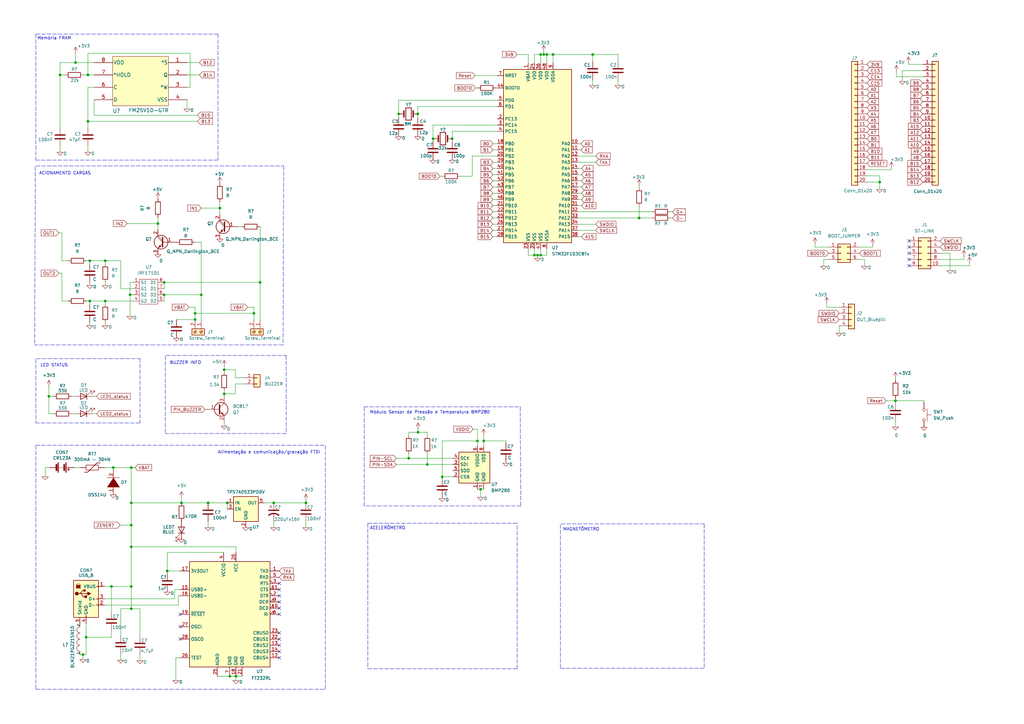
<source format=kicad_sch>
(kicad_sch (version 20211123) (generator eeschema)
  (paper "A3")
  (junction (at 175.26 190.5))
  (junction (at 91.948 161.544))
  (junction (at 226.822 22.352))
  (junction (at 53.848 191.77))
  (junction (at 243.078 22.352))
  (junction (at 125.476 206.248))
  (junction (at 177.5968 56.8706))
  (junction (at 36.83 106.934))
  (junction (at 24.638 30.734))
  (junction (at 106.68 115.824))
  (junction (at 53.848 215.392))
  (junction (at 91.948 151.638))
  (junction (at 94.234 277.368))
  (junction (at 82.55 120.904))
  (junction (at 36.068 49.784))
  (junction (at 360.807 74.676))
  (junction (at 30.988 25.654))
  (junction (at 53.848 224.282))
  (junction (at 46.482 191.77))
  (junction (at 195.834 180.848))
  (junction (at 80.01 128.524))
  (junction (at 223.012 22.352))
  (junction (at 171.45 177.292))
  (junction (at 36.83 123.444))
  (junction (at 163.4998 46.736))
  (junction (at 197.104 200.66))
  (junction (at 53.34 120.904))
  (junction (at 220.472 104.648))
  (junction (at 67.31 120.904))
  (junction (at 80.01 131.064))
  (junction (at 34.036 268.478))
  (junction (at 181.356 195.58))
  (junction (at 221.742 22.352))
  (junction (at 171.3738 46.736))
  (junction (at 185.4708 56.8706))
  (junction (at 167.64 187.96))
  (junction (at 35.306 261.366))
  (junction (at 68.58 234.188))
  (junction (at 43.18 123.444))
  (junction (at 104.14 128.524))
  (junction (at 219.202 104.648))
  (junction (at 67.31 115.824))
  (junction (at 198.374 180.848))
  (junction (at 53.848 240.538))
  (junction (at 367.284 164.338))
  (junction (at 45.72 240.538))
  (junction (at 74.422 206.248))
  (junction (at 224.282 22.352))
  (junction (at 20.066 162.56))
  (junction (at 112.268 206.248))
  (junction (at 53.848 206.248))
  (junction (at 36.068 30.734))
  (junction (at 90.17 85.344))
  (junction (at 262.128 89.408))
  (junction (at 64.77 91.694))
  (junction (at 221.742 104.648))
  (junction (at 96.774 277.368))
  (junction (at 93.218 206.248))
  (junction (at 43.18 106.934))
  (junction (at 53.848 249.682))
  (junction (at 85.344 206.248))
  (no_connect (at 73.914 262.128))
  (no_connect (at 114.554 244.348))
  (no_connect (at 114.554 241.808))
  (no_connect (at 114.554 269.748))
  (no_connect (at 114.554 249.428))
  (no_connect (at 114.554 259.588))
  (no_connect (at 114.554 264.668))
  (no_connect (at 372.872 101.346))
  (no_connect (at 372.872 98.806))
  (no_connect (at 114.554 267.208))
  (no_connect (at 114.554 239.268))
  (no_connect (at 114.554 246.888))
  (no_connect (at 114.554 251.968))
  (no_connect (at 73.914 257.048))
  (no_connect (at 73.914 251.968))
  (no_connect (at 114.554 262.128))
  (no_connect (at 372.872 108.966))
  (no_connect (at 372.872 106.426))
  (no_connect (at 372.872 103.886))
  (wire (pts (xy 171.3738 46.736) (xy 171.3738 48.26)))
  (wire (pts (xy 96.774 277.368) (xy 99.314 277.368)))
  (wire (pts (xy 43.18 106.934) (xy 43.18 108.204)))
  (wire (pts (xy 80.01 128.524) (xy 80.01 125.984)))
  (wire (pts (xy 94.234 277.368) (xy 96.774 277.368)))
  (wire (pts (xy 96.52 157.48) (xy 100.33 157.48)))
  (wire (pts (xy 36.83 123.444) (xy 36.83 124.714)))
  (wire (pts (xy 53.848 191.77) (xy 55.372 191.77)))
  (wire (pts (xy 226.822 22.352) (xy 243.078 22.352)))
  (wire (pts (xy 378.968 165.1) (xy 378.968 164.338)))
  (wire (pts (xy 194.818 30.988) (xy 203.962 30.988)))
  (wire (pts (xy 73.914 269.748) (xy 72.136 269.748)))
  (wire (pts (xy 49.53 268.224) (xy 49.53 270.764)))
  (wire (pts (xy 80.01 131.064) (xy 72.39 131.064)))
  (wire (pts (xy 43.18 123.444) (xy 36.83 123.444)))
  (wire (pts (xy 193.675 64.008) (xy 203.962 64.008)))
  (wire (pts (xy 202.184 71.628) (xy 203.962 71.628)))
  (wire (pts (xy 238.506 84.328) (xy 236.982 84.328)))
  (wire (pts (xy 262.128 89.408) (xy 267.462 89.408)))
  (wire (pts (xy 42.926 191.77) (xy 46.482 191.77)))
  (wire (pts (xy 25.4 106.934) (xy 25.4 95.504)))
  (wire (pts (xy 167.64 177.292) (xy 171.45 177.292)))
  (wire (pts (xy 96.52 157.48) (xy 96.52 161.544)))
  (wire (pts (xy 220.472 104.648) (xy 220.472 105.918)))
  (wire (pts (xy 24.638 30.734) (xy 24.638 52.324)))
  (wire (pts (xy 27.94 106.934) (xy 25.4 106.934)))
  (wire (pts (xy 80.01 125.984) (xy 77.47 125.984)))
  (wire (pts (xy 202.184 61.468) (xy 203.962 61.468)))
  (wire (pts (xy 337.82 106.426) (xy 337.82 109.22)))
  (wire (pts (xy 53.34 115.824) (xy 53.34 120.904)))
  (wire (pts (xy 367.284 163.449) (xy 367.284 164.338)))
  (wire (pts (xy 20.066 162.56) (xy 20.066 169.672)))
  (wire (pts (xy 85.344 213.868) (xy 85.344 216.408)))
  (wire (pts (xy 185.4708 53.8226) (xy 185.4708 56.8706)))
  (wire (pts (xy 219.202 25.908) (xy 219.202 22.352)))
  (polyline (pts (xy 57.404 147.066) (xy 57.404 173.482)))
  (wire (pts (xy 67.31 115.824) (xy 67.31 118.364)))
  (wire (pts (xy 185.4708 65.5574) (xy 185.4708 65.7352)))
  (wire (pts (xy 76.708 35.814) (xy 77.978 35.814)))
  (wire (pts (xy 35.306 261.366) (xy 45.72 261.366)))
  (wire (pts (xy 125.476 213.868) (xy 125.476 216.408)))
  (polyline (pts (xy 14.732 182.626) (xy 14.732 282.702)))
  (wire (pts (xy 275.082 86.868) (xy 275.844 86.868)))
  (wire (pts (xy 207.518 180.848) (xy 207.518 181.61)))
  (wire (pts (xy 49.53 106.934) (xy 49.53 118.364)))
  (polyline (pts (xy 288.798 214.884) (xy 288.798 274.066)))
  (wire (pts (xy 202.184 76.708) (xy 203.962 76.708)))
  (wire (pts (xy 202.184 74.168) (xy 203.962 74.168)))
  (wire (pts (xy 104.14 125.984) (xy 101.6 125.984)))
  (wire (pts (xy 24.13 95.504) (xy 25.4 95.504)))
  (polyline (pts (xy 117.348 177.8) (xy 67.818 177.8)))
  (wire (pts (xy 96.52 154.94) (xy 96.52 151.638)))
  (wire (pts (xy 195.834 176.022) (xy 194.056 176.022)))
  (wire (pts (xy 372.618 26.416) (xy 378.46 26.416)))
  (wire (pts (xy 352.552 101.346) (xy 357.886 101.346)))
  (wire (pts (xy 181.356 195.58) (xy 181.356 196.342)))
  (wire (pts (xy 216.662 25.908) (xy 216.662 22.352)))
  (wire (pts (xy 167.64 187.96) (xy 162.56 187.96)))
  (wire (pts (xy 367.284 172.974) (xy 367.284 175.133)))
  (wire (pts (xy 93.218 206.248) (xy 93.218 208.788)))
  (wire (pts (xy 89.154 277.368) (xy 94.234 277.368)))
  (polyline (pts (xy 89.408 65.659) (xy 14.732 65.659)))
  (wire (pts (xy 221.742 25.908) (xy 221.742 22.352)))
  (wire (pts (xy 219.202 22.352) (xy 221.742 22.352)))
  (wire (pts (xy 180.467 72.263) (xy 181.229 72.263)))
  (polyline (pts (xy 14.478 68.326) (xy 14.224 141.478)))
  (wire (pts (xy 46.482 192.786) (xy 46.482 191.77)))
  (polyline (pts (xy 212.09 274.32) (xy 212.09 214.63)))
  (wire (pts (xy 177.5968 65.5574) (xy 177.5968 65.8114)))
  (wire (pts (xy 253.492 22.352) (xy 253.492 25.146)))
  (wire (pts (xy 90.17 85.344) (xy 90.17 87.884)))
  (wire (pts (xy 188.849 72.263) (xy 193.675 72.263)))
  (wire (pts (xy 53.34 120.904) (xy 53.34 129.794)))
  (wire (pts (xy 236.982 86.868) (xy 267.462 86.868)))
  (wire (pts (xy 21.844 162.56) (xy 20.066 162.56)))
  (wire (pts (xy 30.48 191.77) (xy 32.766 191.77)))
  (wire (pts (xy 72.136 269.748) (xy 72.136 279.146)))
  (wire (pts (xy 185.4708 56.8706) (xy 185.4708 57.9374)))
  (wire (pts (xy 367.665 31.496) (xy 367.665 29.337)))
  (wire (pts (xy 389.636 103.886) (xy 389.636 110.998)))
  (wire (pts (xy 202.184 89.408) (xy 203.962 89.408)))
  (wire (pts (xy 221.742 104.648) (xy 224.282 104.648)))
  (wire (pts (xy 91.948 174.752) (xy 91.948 172.974)))
  (wire (pts (xy 219.202 104.648) (xy 220.472 104.648)))
  (polyline (pts (xy 133.477 282.702) (xy 133.477 182.626)))
  (wire (pts (xy 253.492 32.766) (xy 253.492 35.052)))
  (wire (pts (xy 202.184 94.488) (xy 203.962 94.488)))
  (polyline (pts (xy 149.352 207.518) (xy 149.352 166.624)))
  (wire (pts (xy 212.09 22.352) (xy 216.662 22.352)))
  (wire (pts (xy 91.948 161.544) (xy 91.948 160.274)))
  (wire (pts (xy 175.26 190.5) (xy 162.56 190.5)))
  (polyline (pts (xy 150.876 274.32) (xy 212.09 274.32)))
  (wire (pts (xy 73.914 234.188) (xy 68.58 234.188)))
  (wire (pts (xy 36.068 21.844) (xy 36.068 30.734)))
  (wire (pts (xy 24.13 112.014) (xy 25.4 112.014)))
  (wire (pts (xy 84.074 167.894) (xy 84.328 167.894)))
  (wire (pts (xy 67.31 120.904) (xy 67.31 123.444)))
  (wire (pts (xy 42.926 240.538) (xy 45.72 240.538)))
  (wire (pts (xy 198.374 178.562) (xy 198.374 180.848)))
  (wire (pts (xy 385.572 103.886) (xy 389.636 103.886)))
  (wire (pts (xy 202.184 69.088) (xy 203.962 69.088)))
  (wire (pts (xy 385.572 108.966) (xy 397.637 108.966)))
  (wire (pts (xy 224.282 104.648) (xy 224.282 102.108)))
  (wire (pts (xy 36.068 35.814) (xy 38.608 35.814)))
  (wire (pts (xy 181.356 180.848) (xy 181.356 195.58)))
  (wire (pts (xy 339.09 124.46) (xy 339.09 125.984)))
  (wire (pts (xy 238.506 81.788) (xy 236.982 81.788)))
  (polyline (pts (xy 89.408 13.97) (xy 89.408 65.659)))
  (wire (pts (xy 36.068 52.324) (xy 36.068 49.784)))
  (wire (pts (xy 339.09 125.984) (xy 344.17 125.984)))
  (wire (pts (xy 112.268 206.248) (xy 125.476 206.248)))
  (wire (pts (xy 68.58 234.188) (xy 68.58 235.204)))
  (polyline (pts (xy 213.36 166.878) (xy 213.614 207.518)))
  (wire (pts (xy 81.788 30.734) (xy 76.708 30.734)))
  (polyline (pts (xy 14.732 282.702) (xy 133.477 282.702)))
  (wire (pts (xy 177.5968 51.2826) (xy 203.962 51.308)))
  (wire (pts (xy 198.374 180.848) (xy 207.518 180.848)))
  (wire (pts (xy 243.078 22.352) (xy 243.078 25.146)))
  (wire (pts (xy 363.474 164.338) (xy 367.284 164.338)))
  (wire (pts (xy 163.4998 46.736) (xy 163.7538 46.736)))
  (wire (pts (xy 195.834 180.848) (xy 195.834 182.88)))
  (wire (pts (xy 223.012 22.352) (xy 224.282 22.352)))
  (wire (pts (xy 354.584 106.426) (xy 354.584 109.22)))
  (wire (pts (xy 36.83 132.334) (xy 36.83 133.604)))
  (wire (pts (xy 67.31 120.904) (xy 82.55 120.904)))
  (polyline (pts (xy 14.732 13.97) (xy 89.408 13.97)))
  (wire (pts (xy 81.026 47.244) (xy 38.608 47.244)))
  (polyline (pts (xy 230.124 214.884) (xy 288.798 214.884)))
  (wire (pts (xy 30.988 25.654) (xy 38.608 25.654)))
  (wire (pts (xy 195.834 180.848) (xy 195.834 176.022)))
  (wire (pts (xy 91.948 151.638) (xy 91.948 152.654)))
  (polyline (pts (xy 14.732 147.32) (xy 14.732 173.482)))
  (wire (pts (xy 36.83 115.824) (xy 36.83 117.094)))
  (wire (pts (xy 167.64 187.96) (xy 185.674 187.96)))
  (wire (pts (xy 334.264 101.346) (xy 339.852 101.346)))
  (wire (pts (xy 53.848 215.392) (xy 49.276 215.392)))
  (wire (pts (xy 67.31 115.824) (xy 106.68 115.824)))
  (wire (pts (xy 53.848 249.682) (xy 53.848 240.538)))
  (polyline (pts (xy 117.348 145.796) (xy 117.348 177.8)))
  (wire (pts (xy 163.4998 46.736) (xy 163.4998 48.26)))
  (wire (pts (xy 35.306 255.778) (xy 35.306 261.366)))
  (wire (pts (xy 275.082 89.408) (xy 275.844 89.408)))
  (wire (pts (xy 221.742 22.352) (xy 223.012 22.352)))
  (wire (pts (xy 175.26 186.182) (xy 175.26 190.5)))
  (wire (pts (xy 43.18 132.334) (xy 43.18 133.604)))
  (wire (pts (xy 177.5968 51.2826) (xy 177.5968 56.8706)))
  (wire (pts (xy 238.506 71.628) (xy 236.982 71.628)))
  (polyline (pts (xy 14.732 68.072) (xy 116.332 68.072)))
  (polyline (pts (xy 150.876 214.63) (xy 150.876 274.32)))
  (wire (pts (xy 53.848 206.248) (xy 53.848 215.392)))
  (wire (pts (xy 76.708 44.704) (xy 76.708 40.894)))
  (wire (pts (xy 104.14 128.524) (xy 104.14 125.984)))
  (polyline (pts (xy 213.614 207.518) (xy 149.352 207.518)))
  (wire (pts (xy 243.078 22.352) (xy 253.492 22.352)))
  (wire (pts (xy 202.184 79.248) (xy 203.962 79.248)))
  (wire (pts (xy 163.4998 55.88) (xy 163.4998 56.0832)))
  (wire (pts (xy 53.848 206.248) (xy 74.422 206.248)))
  (wire (pts (xy 35.306 261.366) (xy 35.306 268.478)))
  (wire (pts (xy 163.4998 41.148) (xy 163.4998 46.736)))
  (wire (pts (xy 100.33 154.94) (xy 96.52 154.94)))
  (wire (pts (xy 195.072 36.068) (xy 195.834 36.068)))
  (wire (pts (xy 360.807 74.676) (xy 355.6 74.676)))
  (wire (pts (xy 219.202 102.108) (xy 219.202 104.648)))
  (wire (pts (xy 106.68 92.964) (xy 106.68 115.824)))
  (wire (pts (xy 97.79 92.964) (xy 99.06 92.964)))
  (wire (pts (xy 30.988 25.654) (xy 30.988 21.844)))
  (wire (pts (xy 45.72 240.538) (xy 53.848 240.538)))
  (wire (pts (xy 171.3738 55.88) (xy 171.3738 56.0832)))
  (wire (pts (xy 344.17 133.604) (xy 344.17 136.652)))
  (wire (pts (xy 43.18 106.934) (xy 49.53 106.934)))
  (wire (pts (xy 57.404 249.682) (xy 57.404 260.858)))
  (wire (pts (xy 53.848 224.282) (xy 96.774 224.282)))
  (wire (pts (xy 238.506 69.088) (xy 236.982 69.088)))
  (wire (pts (xy 36.83 106.934) (xy 36.83 108.204)))
  (wire (pts (xy 20.066 162.56) (xy 20.066 158.496)))
  (wire (pts (xy 171.3738 43.688) (xy 203.962 43.688)))
  (wire (pts (xy 198.374 180.848) (xy 198.374 182.88)))
  (wire (pts (xy 43.18 115.824) (xy 43.18 117.094)))
  (wire (pts (xy 20.32 191.77) (xy 18.542 191.77)))
  (wire (pts (xy 53.34 115.824) (xy 54.61 115.824)))
  (polyline (pts (xy 149.352 166.878) (xy 213.36 166.878)))
  (polyline (pts (xy 67.818 146.05) (xy 67.818 177.8)))
  (wire (pts (xy 54.61 118.364) (xy 49.53 118.364)))
  (wire (pts (xy 73.914 244.348) (xy 73.152 244.348)))
  (wire (pts (xy 360.807 74.676) (xy 360.807 77.724)))
  (wire (pts (xy 216.662 102.108) (xy 216.662 104.648)))
  (wire (pts (xy 38.608 47.244) (xy 38.608 40.894)))
  (wire (pts (xy 54.61 123.444) (xy 43.18 123.444)))
  (wire (pts (xy 80.01 99.314) (xy 82.55 99.314)))
  (wire (pts (xy 77.978 21.844) (xy 36.068 21.844)))
  (polyline (pts (xy 14.986 147.066) (xy 57.404 147.066)))
  (wire (pts (xy 82.55 99.314) (xy 82.55 120.904)))
  (wire (pts (xy 355.6 72.136) (xy 360.807 72.136)))
  (wire (pts (xy 82.55 120.904) (xy 82.55 131.064)))
  (wire (pts (xy 197.104 200.66) (xy 195.834 200.66)))
  (wire (pts (xy 74.422 206.248) (xy 85.344 206.248)))
  (wire (pts (xy 91.694 226.568) (xy 68.58 226.568)))
  (wire (pts (xy 96.52 161.544) (xy 91.948 161.544)))
  (wire (pts (xy 26.67 30.734) (xy 24.638 30.734)))
  (wire (pts (xy 74.422 213.614) (xy 74.422 213.868)))
  (polyline (pts (xy 57.404 173.482) (xy 14.732 173.482)))
  (wire (pts (xy 367.284 155.829) (xy 367.284 155.194)))
  (polyline (pts (xy 116.078 141.478) (xy 14.224 141.478)))
  (wire (pts (xy 372.618 25.908) (xy 372.618 26.416)))
  (polyline (pts (xy 229.87 215.138) (xy 229.87 274.066)))
  (wire (pts (xy 243.078 32.766) (xy 243.078 35.052)))
  (wire (pts (xy 236.982 66.548) (xy 244.348 66.548)))
  (wire (pts (xy 80.01 131.064) (xy 80.01 128.524)))
  (wire (pts (xy 36.068 49.784) (xy 36.068 35.814)))
  (wire (pts (xy 52.07 91.694) (xy 64.77 91.694)))
  (wire (pts (xy 53.848 215.392) (xy 53.848 224.282)))
  (wire (pts (xy 32.766 268.478) (xy 34.036 268.478)))
  (wire (pts (xy 177.5968 56.8706) (xy 177.8508 56.8706)))
  (wire (pts (xy 38.1 169.672) (xy 39.624 169.672)))
  (wire (pts (xy 90.17 82.804) (xy 90.17 85.344)))
  (wire (pts (xy 36.068 62.484) (xy 36.068 59.944)))
  (wire (pts (xy 197.104 200.66) (xy 198.374 200.66)))
  (wire (pts (xy 82.55 85.344) (xy 90.17 85.344)))
  (wire (pts (xy 73.152 244.348) (xy 73.152 248.158)))
  (wire (pts (xy 104.14 131.064) (xy 104.14 128.524)))
  (wire (pts (xy 238.506 74.168) (xy 236.982 74.168)))
  (wire (pts (xy 360.807 72.136) (xy 360.807 74.676)))
  (wire (pts (xy 367.284 164.338) (xy 367.284 165.354)))
  (wire (pts (xy 80.01 128.524) (xy 104.14 128.524)))
  (wire (pts (xy 181.356 195.58) (xy 185.674 195.58)))
  (wire (pts (xy 367.665 31.496) (xy 378.46 31.496)))
  (wire (pts (xy 34.29 30.734) (xy 36.068 30.734)))
  (wire (pts (xy 238.252 58.928) (xy 236.982 58.928)))
  (wire (pts (xy 385.572 106.426) (xy 395.351 106.426)))
  (wire (pts (xy 38.608 30.734) (xy 36.068 30.734)))
  (wire (pts (xy 175.26 190.5) (xy 185.674 190.5)))
  (wire (pts (xy 236.982 91.948) (xy 244.348 91.948)))
  (wire (pts (xy 370.078 28.956) (xy 378.46 28.956)))
  (wire (pts (xy 24.638 25.654) (xy 24.638 30.734)))
  (wire (pts (xy 262.128 76.2) (xy 262.128 76.962)))
  (wire (pts (xy 181.356 203.962) (xy 181.356 204.47)))
  (polyline (pts (xy 116.332 68.072) (xy 116.078 141.478)))
  (wire (pts (xy 202.184 84.328) (xy 203.962 84.328)))
  (wire (pts (xy 216.662 104.648) (xy 219.202 104.648)))
  (wire (pts (xy 96.52 151.638) (xy 91.948 151.638)))
  (wire (pts (xy 195.834 180.848) (xy 181.356 180.848)))
  (wire (pts (xy 24.638 62.484) (xy 24.638 59.944)))
  (wire (pts (xy 202.184 81.788) (xy 203.962 81.788)))
  (wire (pts (xy 193.675 72.263) (xy 193.675 64.008)))
  (wire (pts (xy 221.742 102.108) (xy 221.742 104.648)))
  (wire (pts (xy 34.036 268.478) (xy 34.036 270.51)))
  (wire (pts (xy 357.886 101.346) (xy 357.886 100.584)))
  (wire (pts (xy 202.184 66.548) (xy 203.962 66.548)))
  (wire (pts (xy 171.45 177.292) (xy 175.26 177.292)))
  (wire (pts (xy 203.454 36.068) (xy 203.962 36.068)))
  (wire (pts (xy 112.268 213.868) (xy 112.268 216.408)))
  (wire (pts (xy 365.633 68.961) (xy 365.633 69.596)))
  (wire (pts (xy 262.128 84.582) (xy 262.128 89.408)))
  (wire (pts (xy 167.64 177.292) (xy 167.64 178.562)))
  (wire (pts (xy 197.104 203.962) (xy 197.104 200.66)))
  (wire (pts (xy 68.58 226.568) (xy 68.58 234.188)))
  (wire (pts (xy 43.18 123.444) (xy 43.18 124.714)))
  (wire (pts (xy 34.036 268.478) (xy 35.306 268.478)))
  (wire (pts (xy 171.3738 43.688) (xy 171.3738 46.736)))
  (wire (pts (xy 30.988 25.654) (xy 24.638 25.654)))
  (wire (pts (xy 45.72 240.538) (xy 45.72 250.952)))
  (wire (pts (xy 49.53 260.604) (xy 49.53 249.682)))
  (wire (pts (xy 202.184 58.928) (xy 203.962 58.928)))
  (wire (pts (xy 43.18 106.934) (xy 36.83 106.934)))
  (wire (pts (xy 202.184 97.028) (xy 203.962 97.028)))
  (wire (pts (xy 85.344 206.248) (xy 93.218 206.248)))
  (wire (pts (xy 42.926 248.158) (xy 73.152 248.158)))
  (wire (pts (xy 91.948 161.544) (xy 91.948 162.814)))
  (wire (pts (xy 18.542 191.77) (xy 18.542 195.58)))
  (wire (pts (xy 35.56 106.934) (xy 36.83 106.934)))
  (wire (pts (xy 64.77 91.694) (xy 64.77 94.234)))
  (wire (pts (xy 71.628 245.618) (xy 42.926 245.618)))
  (wire (pts (xy 224.282 25.908) (xy 224.282 22.352)))
  (wire (pts (xy 238.252 61.468) (xy 236.982 61.468)))
  (wire (pts (xy 177.5968 56.8706) (xy 177.5968 57.9374)))
  (wire (pts (xy 397.637 107.95) (xy 397.637 108.966)))
  (wire (pts (xy 202.184 86.868) (xy 203.962 86.868)))
  (wire (pts (xy 29.464 162.56) (xy 30.48 162.56)))
  (wire (pts (xy 339.852 106.426) (xy 337.82 106.426)))
  (wire (pts (xy 220.472 104.648) (xy 221.742 104.648)))
  (wire (pts (xy 236.982 89.408) (xy 262.128 89.408)))
  (polyline (pts (xy 288.798 274.066) (xy 229.87 274.066)))
  (wire (pts (xy 35.56 123.444) (xy 36.83 123.444)))
  (wire (pts (xy 106.68 115.824) (xy 106.68 131.064)))
  (wire (pts (xy 175.26 177.292) (xy 175.26 178.562)))
  (wire (pts (xy 57.404 268.478) (xy 57.404 271.018)))
  (wire (pts (xy 224.282 22.352) (xy 226.822 22.352)))
  (wire (pts (xy 238.506 97.028) (xy 236.982 97.028)))
  (polyline (pts (xy 150.876 214.63) (xy 212.09 214.63)))
  (wire (pts (xy 21.844 169.672) (xy 20.066 169.672)))
  (wire (pts (xy 45.72 258.572) (xy 45.72 261.366)))
  (wire (pts (xy 38.1 162.56) (xy 39.624 162.56)))
  (wire (pts (xy 163.4998 41.148) (xy 203.962 41.148)))
  (wire (pts (xy 108.458 206.248) (xy 112.268 206.248)))
  (wire (pts (xy 334.264 100.076) (xy 334.264 101.346)))
  (wire (pts (xy 370.078 28.956) (xy 370.078 33.401)))
  (wire (pts (xy 207.518 189.23) (xy 207.518 189.992)))
  (wire (pts (xy 53.848 249.682) (xy 57.404 249.682)))
  (wire (pts (xy 53.848 191.77) (xy 53.848 206.248)))
  (wire (pts (xy 81.026 49.784) (xy 36.068 49.784)))
  (wire (pts (xy 71.628 241.808) (xy 71.628 245.618)))
  (wire (pts (xy 74.422 204.216) (xy 74.422 206.248)))
  (polyline (pts (xy 14.732 182.626) (xy 133.477 182.626)))
  (wire (pts (xy 352.552 106.426) (xy 354.584 106.426)))
  (wire (pts (xy 185.4708 53.8226) (xy 203.962 53.848)))
  (wire (pts (xy 125.476 206.248) (xy 125.476 205.232)))
  (wire (pts (xy 53.34 120.904) (xy 54.61 120.904)))
  (wire (pts (xy 395.351 106.426) (xy 395.351 105.156)))
  (wire (pts (xy 91.948 150.368) (xy 91.948 151.638)))
  (wire (pts (xy 81.788 25.654) (xy 76.708 25.654)))
  (wire (pts (xy 53.848 224.282) (xy 53.848 240.538)))
  (wire (pts (xy 53.848 249.682) (xy 49.53 249.682)))
  (wire (pts (xy 64.77 89.154) (xy 64.77 91.694)))
  (wire (pts (xy 236.982 94.488) (xy 244.348 94.488)))
  (wire (pts (xy 77.978 35.814) (xy 77.978 21.844)))
  (wire (pts (xy 378.968 164.338) (xy 367.284 164.338)))
  (wire (pts (xy 223.012 21.082) (xy 223.012 22.352)))
  (wire (pts (xy 171.45 176.022) (xy 171.45 177.292)))
  (wire (pts (xy 365.633 69.596) (xy 355.6 69.596)))
  (wire (pts (xy 202.184 91.948) (xy 203.962 91.948)))
  (wire (pts (xy 96.774 277.368) (xy 96.774 279.146)))
  (wire (pts (xy 46.482 191.77) (xy 53.848 191.77)))
  (wire (pts (xy 226.822 22.352) (xy 226.822 25.908)))
  (wire (pts (xy 29.464 169.672) (xy 30.48 169.672)))
  (wire (pts (xy 167.64 186.182) (xy 167.64 187.96)))
  (polyline (pts (xy 68.072 145.796) (xy 117.348 145.796)))
  (wire (pts (xy 96.774 224.282) (xy 96.774 226.568)))
  (wire (pts (xy 238.506 79.248) (xy 236.982 79.248)))
  (wire (pts (xy 27.94 123.444) (xy 25.4 123.444)))
  (wire (pts (xy 238.506 76.708) (xy 236.982 76.708)))
  (wire (pts (xy 73.914 241.808) (xy 71.628 241.808)))
  (wire (pts (xy 25.4 123.444) (xy 25.4 112.014)))
  (wire (pts (xy 236.982 64.008) (xy 244.348 64.008)))
  (polyline (pts (xy 14.732 13.97) (xy 14.732 65.659)))
  (text "MAGNETÔMETRO" (at 230.886 217.932 0) (effects (font (size 1.27 1.27)) (justify left bottom)))
  (text "Memória FRAM" (at 15.24 16.51 0) (effects (font (size 1.27 1.27)) (justify left bottom)))
  (text "LED STATUS\n" (at 16.51 150.622 0) (effects (font (size 1.27 1.27)) (justify left bottom)))
  (text "Alimentação e comunicação/gravação FTDI\n" (at 89.281 186.309 0) (effects (font (size 1.27 1.27)) (justify left bottom)))
  (text "ACELERÔMETRO" (at 151.638 217.424 0) (effects (font (size 1.27 1.27)) (justify left bottom)))
  (text "BUZZER INFO\n" (at 69.596 149.606 0) (effects (font (size 1.27 1.27)) (justify left bottom)))
  (text "ACIONAMENTO CARGAS\n" (at 16.002 71.882 0) (effects (font (size 1.27 1.27)) (justify left bottom)))
  (text "Módulo Sensor de Pressão e Temperatura BMP280" (at 151.638 169.926 0) (effects (font (size 1.27 1.27)) (justify left bottom)))
  (global_label "A4" (shape input) (at 238.506 69.088 0) (property "Intersheet References" "${INTERSHEET_REFS}" (effects hide)))
  (global_label "A10" (shape input) (at 378.46 59.436 180) (property "Intersheet References" "${INTERSHEET_REFS}" (effects hide)))
  (global_label "A8" (shape input) (at 378.46 64.516 180) (property "Intersheet References" "${INTERSHEET_REFS}" (effects hide)))
  (global_label "A12" (shape input) (at 378.46 54.356 180) (property "Intersheet References" "${INTERSHEET_REFS}" (effects hide)))
  (global_label "SWDIO" (shape input) (at 344.17 128.524 180) (property "Intersheet References" "${INTERSHEET_REFS}" (effects hide)))
  (global_label "A10" (shape input) (at 238.506 84.328 0) (property "Intersheet References" "${INTERSHEET_REFS}" (effects hide)))
  (global_label "VBAT" (shape input) (at 55.372 191.77 0) (property "Intersheet References" "${INTERSHEET_REFS}" (effects hide)))
  (global_label "B0" (shape input) (at 355.6 56.896 0) (property "Intersheet References" "${INTERSHEET_REFS}" (effects hide)))
  (global_label "A6" (shape input) (at 238.506 74.168 0) (property "Intersheet References" "${INTERSHEET_REFS}" (effects hide)))
  (global_label "RXA" (shape input) (at 114.554 236.728 0) (property "Intersheet References" "${INTERSHEET_REFS}" (effects hide)))
  (global_label "B8" (shape input) (at 202.184 79.248 180) (property "Intersheet References" "${INTERSHEET_REFS}" (effects hide)))
  (global_label "SWDIO" (shape input) (at 244.348 91.948 0) (property "Intersheet References" "${INTERSHEET_REFS}" (effects hide)))
  (global_label "A5" (shape input) (at 238.506 71.628 0) (property "Intersheet References" "${INTERSHEET_REFS}" (effects hide)))
  (global_label "A4" (shape input) (at 355.6 46.736 0) (property "Intersheet References" "${INTERSHEET_REFS}" (effects hide)))
  (global_label "B14" (shape input) (at 202.184 94.488 180) (property "Intersheet References" "${INTERSHEET_REFS}" (effects hide)))
  (global_label "A2" (shape input) (at 355.6 41.656 0) (property "Intersheet References" "${INTERSHEET_REFS}" (effects hide)))
  (global_label "A7" (shape input) (at 355.6 54.356 0) (property "Intersheet References" "${INTERSHEET_REFS}" (effects hide)))
  (global_label "B14" (shape input) (at 378.46 69.596 180) (property "Intersheet References" "${INTERSHEET_REFS}" (effects hide)))
  (global_label "RXA" (shape input) (at 244.348 64.008 0) (property "Intersheet References" "${INTERSHEET_REFS}" (effects hide)))
  (global_label "IN1" (shape input) (at 82.55 85.344 180) (property "Intersheet References" "${INTERSHEET_REFS}" (effects hide)))
  (global_label "B12" (shape input) (at 378.46 74.676 180) (property "Intersheet References" "${INTERSHEET_REFS}" (effects hide)))
  (global_label "ZENER? " (shape input) (at 49.276 215.392 180) (property "Intersheet References" "${INTERSHEET_REFS}" (effects hide)))
  (global_label "B10" (shape input) (at 355.6 61.976 0) (property "Intersheet References" "${INTERSHEET_REFS}" (effects hide)))
  (global_label "RESET" (shape input) (at 355.6 67.056 0) (property "Intersheet References" "${INTERSHEET_REFS}" (effects hide)))
  (global_label "B1" (shape input) (at 355.6 59.436 0) (property "Intersheet References" "${INTERSHEET_REFS}" (effects hide)))
  (global_label "B15" (shape input) (at 81.026 47.244 0) (property "Intersheet References" "${INTERSHEET_REFS}" (effects hide)))
  (global_label "SWCLK" (shape input) (at 244.348 94.488 0) (property "Intersheet References" "${INTERSHEET_REFS}" (effects hide)))
  (global_label "TXA" (shape input) (at 114.554 234.188 0) (property "Intersheet References" "${INTERSHEET_REFS}" (effects hide)))
  (global_label "B5" (shape input) (at 378.46 44.196 180) (property "Intersheet References" "${INTERSHEET_REFS}" (effects hide)))
  (global_label "C15" (shape input) (at 355.6 34.036 0) (property "Intersheet References" "${INTERSHEET_REFS}" (effects hide)))
  (global_label "B6" (shape input) (at 202.184 74.168 180) (property "Intersheet References" "${INTERSHEET_REFS}" (effects hide)))
  (global_label "PIN-SCL" (shape input) (at 162.56 187.96 180) (property "Intersheet References" "${INTERSHEET_REFS}" (effects hide)))
  (global_label "B9" (shape input) (at 202.184 81.788 180) (property "Intersheet References" "${INTERSHEET_REFS}" (effects hide)))
  (global_label "SWDIO" (shape input) (at 385.572 101.346 0) (property "Intersheet References" "${INTERSHEET_REFS}" (effects hide)))
  (global_label "B1" (shape input) (at 202.184 61.468 180) (property "Intersheet References" "${INTERSHEET_REFS}" (effects hide)))
  (global_label "B9" (shape input) (at 378.46 34.036 180) (property "Intersheet References" "${INTERSHEET_REFS}" (effects hide)))
  (global_label "A7" (shape input) (at 238.506 76.708 0) (property "Intersheet References" "${INTERSHEET_REFS}" (effects hide)))
  (global_label "BOOT0" (shape input) (at 180.467 72.263 180) (property "Intersheet References" "${INTERSHEET_REFS}" (effects hide)))
  (global_label "BOOT0" (shape input) (at 195.072 36.068 180) (property "Intersheet References" "${INTERSHEET_REFS}" (effects hide)))
  (global_label "B15" (shape input) (at 202.184 97.028 180) (property "Intersheet References" "${INTERSHEET_REFS}" (effects hide)))
  (global_label "A6" (shape input) (at 355.6 51.816 0) (property "Intersheet References" "${INTERSHEET_REFS}" (effects hide)))
  (global_label "A5" (shape input) (at 355.6 49.276 0) (property "Intersheet References" "${INTERSHEET_REFS}" (effects hide)))
  (global_label "3VB" (shape input) (at 355.6 26.416 0) (property "Intersheet References" "${INTERSHEET_REFS}" (effects hide)))
  (global_label "SWCLK" (shape input) (at 385.572 98.806 0) (property "Intersheet References" "${INTERSHEET_REFS}" (effects hide)))
  (global_label "B13" (shape input) (at 202.184 91.948 180) (property "Intersheet References" "${INTERSHEET_REFS}" (effects hide)))
  (global_label "B3" (shape input) (at 202.184 66.548 180) (property "Intersheet References" "${INTERSHEET_REFS}" (effects hide)))
  (global_label "B3" (shape input) (at 378.46 49.276 180) (property "Intersheet References" "${INTERSHEET_REFS}" (effects hide)))
  (global_label "A0" (shape input) (at 238.252 58.928 0) (property "Intersheet References" "${INTERSHEET_REFS}" (effects hide)))
  (global_label "TXA" (shape input) (at 244.348 66.548 0) (property "Intersheet References" "${INTERSHEET_REFS}" (effects hide)))
  (global_label "PIN-SDA" (shape input) (at 162.56 190.5 180) (property "Intersheet References" "${INTERSHEET_REFS}" (effects hide)))
  (global_label "A8" (shape input) (at 238.506 79.248 0) (property "Intersheet References" "${INTERSHEET_REFS}" (effects hide)))
  (global_label "B8" (shape input) (at 378.46 36.576 180) (property "Intersheet References" "${INTERSHEET_REFS}" (effects hide)))
  (global_label "B11" (shape input) (at 355.6 64.516 0) (property "Intersheet References" "${INTERSHEET_REFS}" (effects hide)))
  (global_label "B0" (shape input) (at 202.184 58.928 180) (property "Intersheet References" "${INTERSHEET_REFS}" (effects hide)))
  (global_label "A0" (shape input) (at 355.6 36.576 0) (property "Intersheet References" "${INTERSHEET_REFS}" (effects hide)))
  (global_label "A1" (shape input) (at 355.6 39.116 0) (property "Intersheet References" "${INTERSHEET_REFS}" (effects hide)))
  (global_label "B12" (shape input) (at 81.788 25.654 0) (property "Intersheet References" "${INTERSHEET_REFS}" (effects hide)))
  (global_label "D-" (shape input) (at 275.844 89.408 0) (property "Intersheet References" "${INTERSHEET_REFS}" (effects hide)))
  (global_label "B10" (shape input) (at 202.184 84.328 180) (property "Intersheet References" "${INTERSHEET_REFS}" (effects hide)))
  (global_label "A1" (shape input) (at 238.252 61.468 0) (property "Intersheet References" "${INTERSHEET_REFS}" (effects hide)))
  (global_label "Reset" (shape input) (at 363.474 164.338 180) (property "Intersheet References" "${INTERSHEET_REFS}" (effects hide)))
  (global_label "C13" (shape input) (at 355.6 28.956 0) (property "Intersheet References" "${INTERSHEET_REFS}" (effects hide)))
  (global_label "OUT2" (shape input) (at 24.13 112.014 180) (property "Intersheet References" "${INTERSHEET_REFS}" (effects hide)))
  (global_label "A11" (shape input) (at 378.46 56.896 180) (property "Intersheet References" "${INTERSHEET_REFS}" (effects hide)))
  (global_label "B12" (shape input) (at 202.184 89.408 180) (property "Intersheet References" "${INTERSHEET_REFS}" (effects hide)))
  (global_label "A3" (shape input) (at 355.6 44.196 0) (property "Intersheet References" "${INTERSHEET_REFS}" (effects hide)))
  (global_label "B15" (shape input) (at 378.46 67.056 180) (property "Intersheet References" "${INTERSHEET_REFS}" (effects hide)))
  (global_label "B4" (shape input) (at 378.46 46.736 180) (property "Intersheet References" "${INTERSHEET_REFS}" (effects hide)))
  (global_label "B13" (shape input) (at 81.026 49.784 0) (property "Intersheet References" "${INTERSHEET_REFS}" (effects hide)))
  (global_label "C14" (shape input) (at 355.6 31.496 0) (property "Intersheet References" "${INTERSHEET_REFS}" (effects hide)))
  (global_label "BOOT1" (shape input) (at 352.552 103.886 0) (property "Intersheet References" "${INTERSHEET_REFS}" (effects hide)))
  (global_label "LED2_status" (shape input) (at 39.624 169.672 0) (property "Intersheet References" "${INTERSHEET_REFS}" (effects hide)))
  (global_label "Pin_BUZZER" (shape input) (at 84.074 167.894 180) (property "Intersheet References" "${INTERSHEET_REFS}" (effects hide)))
  (global_label "B6" (shape input) (at 378.46 41.656 180) (property "Intersheet References" "${INTERSHEET_REFS}" (effects hide)))
  (global_label "A9" (shape input) (at 238.506 81.788 0) (property "Intersheet References" "${INTERSHEET_REFS}" (effects hide)))
  (global_label "B14" (shape input) (at 81.788 30.734 0) (property "Intersheet References" "${INTERSHEET_REFS}" (effects hide)))
  (global_label "SWCLK" (shape input) (at 344.17 131.064 180) (property "Intersheet References" "${INTERSHEET_REFS}" (effects hide)))
  (global_label "B13" (shape input) (at 378.46 72.136 180) (property "Intersheet References" "${INTERSHEET_REFS}" (effects hide)))
  (global_label "B11" (shape input) (at 202.184 86.868 180) (property "Intersheet References" "${INTERSHEET_REFS}" (effects hide)))
  (global_label "VDDIO" (shape input) (at 194.056 176.022 180) (property "Intersheet References" "${INTERSHEET_REFS}" (effects hide)))
  (global_label "B7" (shape input) (at 378.46 39.116 180) (property "Intersheet References" "${INTERSHEET_REFS}" (effects hide)))
  (global_label "A15" (shape input) (at 238.506 97.028 0) (property "Intersheet References" "${INTERSHEET_REFS}" (effects hide)))
  (global_label "A9" (shape input) (at 378.46 61.976 180) (property "Intersheet References" "${INTERSHEET_REFS}" (effects hide)))
  (global_label "B7" (shape input) (at 202.184 76.708 180) (property "Intersheet References" "${INTERSHEET_REFS}" (effects hide)))
  (global_label "3VB" (shape input) (at 212.09 22.352 180) (property "Intersheet References" "${INTERSHEET_REFS}" (effects hide)))
  (global_label "OUT1" (shape input) (at 24.13 95.504 180) (property "Intersheet References" "${INTERSHEET_REFS}" (effects hide)))
  (global_label "B5" (shape input) (at 202.184 71.628 180) (property "Intersheet References" "${INTERSHEET_REFS}" (effects hide)))
  (global_label "BOOT0" (shape input) (at 339.852 103.886 180) (property "Intersheet References" "${INTERSHEET_REFS}" (effects hide)))
  (global_label "VBAT" (shape input) (at 101.6 125.984 180) (property "Intersheet References" "${INTERSHEET_REFS}" (effects hide)))
  (global_label "VBAT" (shape input) (at 77.47 125.984 180) (property "Intersheet References" "${INTERSHEET_REFS}" (effects hide)))
  (global_label "IN2" (shape input) (at 52.07 91.694 180) (property "Intersheet References" "${INTERSHEET_REFS}" (effects hide)))
  (global_label "A15" (shape input) (at 378.46 51.816 180) (property "Intersheet References" "${INTERSHEET_REFS}" (effects hide)))
  (global_label "Reset" (shape input) (at 194.818 30.988 180) (property "Intersheet References" "${INTERSHEET_REFS}" (effects hide)))
  (global_label "B4" (shape input) (at 202.184 69.088 180) (property "Intersheet References" "${INTERSHEET_REFS}" (effects hide)))
  (global_label "D+" (shape input) (at 275.844 86.868 0) (property "Intersheet References" "${INTERSHEET_REFS}" (effects hide)))
  (global_label "LED1_status" (shape input) (at 39.624 162.56 0) (property "Intersheet References" "${INTERSHEET_REFS}" (effects hide)))
  (symbol (lib_id "Device:Crystal") (at 167.5638 46.736 0) (unit 1)
    (property "Reference" "Y?" (at 167.5638 42.926 0))
    (property "Value" "8M" (at 167.3098 50.8 0))
  )
  (symbol (lib_id "power:+3.3V") (at 171.45 176.022 0) (unit 1)
    (property "Reference" "#PWR?" (effects hide))
    (property "Value" "+3.3V" (at 171.831 171.6278 0))
  )
  (symbol (lib_id "Device:C") (at 72.39 134.874 0) (unit 1)
    (property "Reference" "C?" (at 68.58 132.334 0) (effects (justify left)))
    (property "Value" "C" (at 69.85 137.414 0) (effects (justify left)))
  )
  (symbol (lib_id "pspice:0") (at 389.636 110.998 0) (unit 1)
    (property "Reference" "#GND?" (effects hide))
    (property "Value" "0" (at 391.668 111.506 0))
  )
  (symbol (lib_id "pspice:0") (at 57.404 271.018 0) (unit 1)
    (property "Reference" "#GND?" (effects hide))
    (property "Value" "0" (at 59.436 271.526 0))
  )
  (symbol (lib_id "Device:C") (at 85.344 210.058 0) (unit 1)
    (property "Reference" "C?" (at 87.9856 210.1596 0) (effects (justify left)))
    (property "Value" "100nF" (at 87.2236 212.344 0) (effects (justify left)))
    (property "Footprint" "Capacitor_SMD:C_0603_1608Metric_Pad1.08x0.95mm_HandSolder" (effects hide))
  )
  (symbol (lib_id "Connector_Generic:Conn_01x02") (at 105.41 154.94 0) (unit 1)
    (property "Reference" "J4" (at 108.458 154.9399 0) (effects (justify left)))
    (property "Value" "BUZZER" (at 108.458 157.4799 0) (effects (justify left)))
  )
  (symbol (lib_id "power:+3.3V") (at 125.476 205.232 0) (unit 1)
    (property "Reference" "#PWR?" (effects hide))
    (property "Value" "+3.3V" (at 125.857 200.8378 0))
  )
  (symbol (lib_id "Device:Q_NPN_Darlington_BCE") (at 92.71 92.964 0) (mirror y) (unit 1)
    (property "Reference" "Q?" (at 87.63 91.6939 0) (effects (justify left)))
    (property "Value" "Q_NPN_Darlington_BCE" (at 114.3 98.044 0) (effects (justify left)))
  )
  (symbol (lib_id "pspice:0") (at 253.492 35.052 0) (unit 1)
    (property "Reference" "#GND?" (effects hide))
    (property "Value" "0" (at 255.524 35.56 0))
  )
  (symbol (lib_id "pspice:0") (at 220.472 105.918 0) (unit 1)
    (property "Reference" "#GND?" (effects hide))
    (property "Value" "0" (at 222.504 106.426 0))
  )
  (symbol (lib_id "power:+5V") (at 367.665 29.337 0) (unit 1)
    (property "Reference" "#PWR?" (effects hide))
    (property "Value" "+5V" (at 366.903 25.527 0) (effects (justify left)))
  )
  (symbol (lib_id "Device:R") (at 31.75 106.934 90) (unit 1)
    (property "Reference" "R?" (at 31.75 100.584 90))
    (property "Value" "R" (at 31.75 103.124 90))
  )
  (symbol (lib_id "power:+3.3V") (at 223.012 21.082 0) (unit 1)
    (property "Reference" "#PWR?" (effects hide))
    (property "Value" "+3.3V" (at 222.758 17.526 0))
  )
  (symbol (lib_id "pspice:0") (at 68.58 242.824 0) (unit 1)
    (property "Reference" "#GND?" (effects hide))
    (property "Value" "0" (at 70.612 243.332 0))
  )
  (symbol (lib_id "pspice:0") (at 378.968 175.26 0) (unit 1)
    (property "Reference" "#GND?" (effects hide))
    (property "Value" "0" (at 379.349 178.689 0))
  )
  (symbol (lib_id "HLI-M-rescue:FM25V10-GTR-2021-05-23_22-45-04") (at 57.658 33.274 0) (mirror y) (unit 1)
    (property "Reference" "U?" (at 47.752 45.466 0) (effects (font (size 1.524 1.524))))
    (property "Value" "FM25V10-GTR" (at 60.96 45.212 0) (effects (font (size 1.524 1.524))))
    (property "Footprint" "4:FM25V10-GTR" (effects hide))
  )
  (symbol (lib_id "Device:R") (at 199.644 36.068 90) (unit 1)
    (property "Reference" "R1" (at 199.644 33.782 90))
    (property "Value" "100K" (at 199.644 38.354 90))
  )
  (symbol (lib_id "MCU_ST_STM32F1:STM32F103C8Tx") (at 221.742 64.008 0) (unit 1)
    (property "Reference" "U?" (at 226.3014 101.6 0) (effects (justify left)))
    (property "Value" "STM32F103C8Tx" (at 226.3014 104.14 0) (effects (justify left)))
    (property "Footprint" "Package_QFP:LQFP-48_7x7mm_P0.5mm" (effects hide))
    (property "Datasheet" "http://www.st.com/st-web-ui/static/active/en/resource/technical/document/datasheet/CD00161566.pdf" (effects hide))
  )
  (symbol (lib_id "Device:R") (at 74.422 210.058 0) (unit 1)
    (property "Reference" "R?" (at 70.358 212.09 0) (effects (justify left)))
    (property "Value" "470R" (at 75.692 211.836 0) (effects (justify left)))
    (property "Footprint" "Resistor_SMD:R_0603_1608Metric_Pad0.98x0.95mm_HandSolder" (effects hide))
  )
  (symbol (lib_id "Device:R") (at 262.128 80.772 0) (unit 1)
    (property "Reference" "R?" (at 264.16 79.5019 0) (effects (justify left)))
    (property "Value" "R" (at 264.16 82.0419 0) (effects (justify left)))
  )
  (symbol (lib_id "pspice:INDUCTOR") (at 32.766 262.128 90) (unit 1)
    (property "Reference" "L?" (at 25.654 264.414 90) (effects (justify right)))
    (property "Value" "BLM21PG221SN1D" (at 29.718 256.54 0) (effects (justify right)))
    (property "Footprint" "Inductor_SMD:L_0805_2012Metric" (effects hide))
  )
  (symbol (lib_id "Device:R") (at 25.654 169.672 90) (unit 1)
    (property "Reference" "R?" (at 25.654 165.354 90))
    (property "Value" "330" (at 25.654 167.386 90))
  )
  (symbol (lib_id "pspice:0") (at 337.82 109.22 0) (unit 1)
    (property "Reference" "#GND?" (effects hide))
    (property "Value" "0" (at 339.852 109.728 0))
  )
  (symbol (lib_id "Device:C") (at 181.356 200.152 0) (unit 1)
    (property "Reference" "C?" (at 181.864 197.866 0) (effects (justify left)))
    (property "Value" "C" (at 182.118 202.438 0) (effects (justify left)))
  )
  (symbol (lib_id "Connector:Screw_Terminal_01x02") (at 82.55 136.144 270) (unit 1)
    (property "Reference" "J?" (at 85.09 136.144 90) (effects (justify left)))
    (property "Value" "Screw_Terminal" (at 77.47 138.684 90) (effects (justify left)))
  )
  (symbol (lib_id "Device:C") (at 36.068 56.134 0) (mirror y) (unit 1)
    (property "Reference" "C?" (at 33.147 54.9656 0) (effects (justify left)))
    (property "Value" "47pF" (at 33.147 57.277 0) (effects (justify left)))
    (property "Footprint" "Capacitor_SMD:C_0603_1608Metric_Pad1.08x0.95mm_HandSolder" (effects hide))
  )
  (symbol (lib_id "Device:R") (at 43.18 112.014 0) (unit 1)
    (property "Reference" "R?" (at 45.72 110.7439 0) (effects (justify left)))
    (property "Value" "R" (at 45.72 113.2839 0) (effects (justify left)))
  )
  (symbol (lib_id "pspice:0") (at 24.638 62.484 0) (unit 1)
    (property "Reference" "#GND?" (effects hide))
    (property "Value" "0" (at 26.67 62.992 0))
  )
  (symbol (lib_id "Sensor_Pressure:BMP280") (at 195.834 193.04 0) (unit 1)
    (property "Reference" "U?" (at 201.422 198.628 0) (effects (justify left)))
    (property "Value" "BMP280" (at 201.422 201.168 0) (effects (justify left)))
    (property "Footprint" "Package_LGA:Bosch_LGA-8_2x2.5mm_P0.65mm_ClockwisePinNumbering" (effects hide))
    (property "Datasheet" "https://ae-bst.resource.bosch.com/media/_tech/media/datasheets/BST-BMP280-DS001.pdf" (effects hide))
  )
  (symbol (lib_id "power:+3.3V") (at 357.886 100.584 0) (unit 1)
    (property "Reference" "#PWR?" (effects hide))
    (property "Value" "+3.3V" (at 357.886 96.012 0))
  )
  (symbol (lib_id "pspice:0") (at 177.5968 65.8114 0) (unit 1)
    (property "Reference" "#GND?" (effects hide))
    (property "Value" "0" (at 179.6288 66.3194 0))
  )
  (symbol (lib_id "Device:C") (at 68.58 239.014 0) (unit 1)
    (property "Reference" "C?" (at 65.786 236.728 0) (effects (justify left)))
    (property "Value" "1uF" (at 64.77 241.3 0) (effects (justify left)))
    (property "Footprint" "Capacitor_SMD:C_0603_1608Metric_Pad1.08x0.95mm_HandSolder" (effects hide))
  )
  (symbol (lib_id "Device:LED") (at 34.29 169.672 180) (unit 1)
    (property "Reference" "D?" (at 34.29 165.354 0))
    (property "Value" "LED" (at 34.29 167.132 0))
  )
  (symbol (lib_id "Device:R") (at 64.77 85.344 0) (unit 1)
    (property "Reference" "R?" (at 58.42 85.344 90))
    (property "Value" "R" (at 60.96 85.344 90))
  )
  (symbol (lib_id "Device:C") (at 24.638 56.134 0) (mirror y) (unit 1)
    (property "Reference" "C?" (at 21.717 54.9656 0) (effects (justify left)))
    (property "Value" "100nF" (at 21.717 57.277 0) (effects (justify left)))
    (property "Footprint" "Capacitor_SMD:C_0603_1608Metric_Pad1.08x0.95mm_HandSolder" (effects hide))
  )
  (symbol (lib_id "power:+5V") (at 74.422 204.216 0) (unit 1)
    (property "Reference" "#PWR?" (effects hide))
    (property "Value" "+5V" (at 74.422 199.136 0))
  )
  (symbol (lib_id "Device:C") (at 36.83 128.524 0) (unit 1)
    (property "Reference" "C?" (at 38.1 125.984 0) (effects (justify left)))
    (property "Value" "C" (at 38.1 131.064 0) (effects (justify left)))
  )
  (symbol (lib_id "Device:C") (at 185.4708 61.7474 0) (unit 1)
    (property "Reference" "C8" (at 186.2328 59.4614 0) (effects (justify left)))
    (property "Value" "100p" (at 185.801 63.881 0) (effects (justify left)))
  )
  (symbol (lib_id "pspice:0") (at 43.18 133.604 0) (unit 1)
    (property "Reference" "#GND?" (effects hide))
    (property "Value" "0" (at 45.212 134.112 0))
  )
  (symbol (lib_id "Device:C") (at 45.72 254.762 0) (unit 1)
    (property "Reference" "C?" (at 46.228 252.73 0) (effects (justify left)))
    (property "Value" "100nF" (at 45.974 257.302 0) (effects (justify left)))
    (property "Footprint" "Capacitor_SMD:C_0603_1608Metric_Pad1.08x0.95mm_HandSolder" (effects hide))
  )
  (symbol (lib_id "Device:LED") (at 74.422 217.424 270) (mirror x) (unit 1)
    (property "Reference" "LED?" (at 71.628 216.154 90) (effects (justify right)))
    (property "Value" "BLUE" (at 71.628 218.186 90) (effects (justify right)))
    (property "Footprint" "LED_SMD:LED_0603_1608Metric_Pad1.05x0.95mm_HandSolder" (effects hide))
  )
  (symbol (lib_id "Device:C") (at 36.83 112.014 0) (unit 1)
    (property "Reference" "C?" (at 38.1 109.474 0) (effects (justify left)))
    (property "Value" "C" (at 38.1 114.554 0) (effects (justify left)))
  )
  (symbol (lib_id "pspice:0") (at 181.356 204.47 0) (unit 1)
    (property "Reference" "#GND?" (effects hide))
    (property "Value" "0" (at 183.388 204.978 0))
  )
  (symbol (lib_id "Device:C") (at 367.284 169.164 0) (unit 1)
    (property "Reference" "C6" (at 363.982 166.878 0) (effects (justify left)))
    (property "Value" "100n" (at 361.696 171.45 0) (effects (justify left)))
  )
  (symbol (lib_id "Connector_Generic:Conn_01x20") (at 383.54 49.276 0) (unit 1)
    (property "Reference" "J?" (at 382.27 22.606 0) (effects (justify left)))
    (property "Value" "Conn_01x20" (at 374.65 78.486 0) (effects (justify left)))
  )
  (symbol (lib_id "Device:R") (at 43.18 128.524 0) (unit 1)
    (property "Reference" "R?" (at 45.72 127.2539 0) (effects (justify left)))
    (property "Value" "R" (at 45.72 129.7939 0) (effects (justify left)))
  )
  (symbol (lib_id "pspice:0") (at 36.068 62.484 0) (unit 1)
    (property "Reference" "#GND?" (effects hide))
    (property "Value" "0" (at 38.1 62.992 0))
  )
  (symbol (lib_id "power:+3.3V") (at 339.09 124.46 0) (unit 1)
    (property "Reference" "#PWR?" (effects hide))
    (property "Value" "+3.3V" (at 336.55 120.904 0))
  )
  (symbol (lib_id "Connector_Generic:Conn_01x20") (at 350.52 49.276 0) (mirror y) (unit 1)
    (property "Reference" "J?" (at 350.52 23.876 0))
    (property "Value" "Conn_01x20" (at 351.917 78.232 0))
  )
  (symbol (lib_id "pspice:0") (at 36.83 133.604 0) (unit 1)
    (property "Reference" "#GND?" (effects hide))
    (property "Value" "0" (at 38.862 134.112 0))
  )
  (symbol (lib_id "Device:C") (at 125.476 210.058 0) (unit 1)
    (property "Reference" "C?" (at 125.857 208.026 0) (effects (justify left)))
    (property "Value" "100nF" (at 125.857 212.725 0) (effects (justify left)))
    (property "Footprint" "Capacitor_SMD:C_0603_1608Metric_Pad1.08x0.95mm_HandSolder" (effects hide))
  )
  (symbol (lib_id "power:+3.3V") (at 334.264 100.076 0) (unit 1)
    (property "Reference" "#PWR?" (effects hide))
    (property "Value" "+3.3V" (at 334.264 95.504 0))
  )
  (symbol (lib_id "power:+3.3V") (at 30.988 21.844 0) (mirror y) (unit 1)
    (property "Reference" "#PWR?" (effects hide))
    (property "Value" "+3.3V" (at 34.29 18.796 0))
  )
  (symbol (lib_id "Connector_Generic:Conn_01x04") (at 349.25 128.524 0) (unit 1)
    (property "Reference" "J2" (at 351.282 128.5239 0) (effects (justify left)))
    (property "Value" "OUT_Bluepill" (at 351.282 131.0639 0) (effects (justify left)))
  )
  (symbol (lib_id "Device:CP1") (at 112.268 210.058 0) (unit 1)
    (property "Reference" "C?" (at 112.649 208.026 0) (effects (justify left)))
    (property "Value" "220uFx16V" (at 112.395 212.979 0) (effects (justify left)))
    (property "Footprint" "Capacitor_THT:CP_Radial_D6.3mm_P2.50mm" (effects hide))
  )
  (symbol (lib_id "pspice:0") (at 96.774 279.146 0) (unit 1)
    (property "Reference" "#GND?" (effects hide))
    (property "Value" "0" (at 98.806 279.654 0))
  )
  (symbol (lib_id "power:+3.3V") (at 367.284 155.194 0) (unit 1)
    (property "Reference" "#PWR?" (effects hide))
    (property "Value" "+3.3V" (at 370.967 153.035 0))
  )
  (symbol (lib_id "power:+3.3V") (at 198.374 178.562 0) (unit 1)
    (property "Reference" "#PWR?" (effects hide))
    (property "Value" "+3.3V" (at 200.66 174.498 0))
  )
  (symbol (lib_id "pspice:0") (at 367.284 175.133 0) (unit 1)
    (property "Reference" "#GND?" (effects hide))
    (property "Value" "0" (at 367.665 178.562 0))
  )
  (symbol (lib_id "Transistor_BJT:BC817") (at 89.408 167.894 0) (unit 1)
    (property "Reference" "Q?" (at 95.504 169.1641 0) (effects (justify left)))
    (property "Value" "BC817" (at 95.504 166.6241 0) (effects (justify left)))
    (property "Footprint" "Package_TO_SOT_SMD:SOT-23" (effects hide))
    (property "Datasheet" "https://www.onsemi.com/pub/Collateral/BC818-D.pdf" (effects hide))
  )
  (symbol (lib_id "Device:R") (at 91.948 156.464 180) (unit 1)
    (property "Reference" "R?" (at 87.376 154.686 0) (effects (justify right)))
    (property "Value" "1,5k" (at 85.852 157.734 0) (effects (justify right)))
  )
  (symbol (lib_id "Device:Battery") (at 25.4 191.77 270) (unit 1)
    (property "Reference" "CON?" (at 25.4 185.547 90))
    (property "Value" "CR123A" (at 25.4 187.8584 90))
    (property "Footprint" "bt1:BAT_BH123A" (effects hide))
  )
  (symbol (lib_id "pspice:0") (at 36.83 117.094 0) (unit 1)
    (property "Reference" "#GND?" (effects hide))
    (property "Value" "0" (at 38.862 117.602 0))
  )
  (symbol (lib_id "power:+3.3V") (at 372.618 25.908 0) (unit 1)
    (property "Reference" "#PWR?" (effects hide))
    (property "Value" "+3.3V" (at 374.65 21.844 0))
  )
  (symbol (lib_id "Device:Q_NPN_Darlington_BCE") (at 67.31 99.314 0) (mirror y) (unit 1)
    (property "Reference" "Q?" (at 62.23 98.0439 0) (effects (justify left)))
    (property "Value" "Q_NPN_Darlington_BCE" (at 90.17 103.124 0) (effects (justify left)))
  )
  (symbol (lib_id "pspice:0") (at 125.476 216.408 0) (unit 1)
    (property "Reference" "#GND?" (effects hide))
    (property "Value" "0" (at 127.508 216.916 0))
  )
  (symbol (lib_id "Device:C") (at 253.492 28.956 0) (unit 1)
    (property "Reference" "C2" (at 250.19 26.67 0) (effects (justify left)))
    (property "Value" "100n" (at 248.158 31.496 0) (effects (justify left)))
  )
  (symbol (lib_id "pspice:0") (at 360.807 77.724 0) (unit 1)
    (property "Reference" "#GND?" (effects hide))
    (property "Value" "0" (at 362.839 78.232 0))
  )
  (symbol (lib_id "pspice:0") (at 49.53 270.764 0) (unit 1)
    (property "Reference" "#GND?" (effects hide))
    (property "Value" "0" (at 51.562 271.272 0))
  )
  (symbol (lib_id "Device:R") (at 271.272 86.868 90) (unit 1)
    (property "Reference" "R?" (at 269.748 84.582 90))
    (property "Value" "R" (at 273.05 84.582 90))
  )
  (symbol (lib_id "pspice:0") (at 91.948 174.752 0) (unit 1)
    (property "Reference" "#GND?" (effects hide))
    (property "Value" "0" (at 93.726 176.022 0))
  )
  (symbol (lib_id "Device:C") (at 243.078 28.956 0) (unit 1)
    (property "Reference" "C1" (at 239.522 26.67 0) (effects (justify left)))
    (property "Value" "100n" (at 237.744 31.496 0) (effects (justify left)))
  )
  (symbol (lib_id "Connector:Screw_Terminal_01x02") (at 106.68 136.144 270) (unit 1)
    (property "Reference" "J?" (at 109.22 136.144 90) (effects (justify left)))
    (property "Value" "Screw_Terminal" (at 100.33 138.684 90) (effects (justify left)))
  )
  (symbol (lib_id "Device:R") (at 76.2 99.314 90) (unit 1)
    (property "Reference" "R?" (at 76.2 94.234 90))
    (property "Value" "R" (at 76.2 96.774 90))
  )
  (symbol (lib_id "power:+5V") (at 397.637 107.95 0) (unit 1)
    (property "Reference" "#PWR?" (effects hide))
    (property "Value" "+5V" (at 396.748 104.521 0) (effects (justify left)))
  )
  (symbol (lib_id "Switch:SW_Push") (at 378.968 170.18 270) (unit 1)
    (property "Reference" "SW?" (at 382.778 168.9099 90) (effects (justify left)))
    (property "Value" "SW_Push" (at 382.778 171.4499 90) (effects (justify left)))
  )
  (symbol (lib_id "pspice:0") (at 171.3738 56.0832 0) (unit 1)
    (property "Reference" "#GND?" (effects hide))
    (property "Value" "0" (at 173.482 56.896 0))
  )
  (symbol (lib_id "Device:Thermistor") (at 37.846 191.77 90) (unit 1)
    (property "Reference" "RT?" (at 37.846 186.182 90))
    (property "Value" "300mA - 304N" (at 37.846 188.468 90))
    (property "Footprint" "Resistor_SMD:R_1812_4532Metric" (effects hide))
  )
  (symbol (lib_id "Interface_USB:FT232RL") (at 94.234 251.968 0) (unit 1)
    (property "Reference" "U?" (at 105.156 275.336 0) (effects (justify left)))
    (property "Value" "FT232RL" (at 103.124 278.13 0) (effects (justify left)))
    (property "Footprint" "Package_SO:SSOP-28_5.3x10.2mm_P0.65mm" (effects hide))
    (property "Datasheet" "https://www.ftdichip.com/Support/Documents/DataSheets/ICs/DS_FT232R.pdf" (effects hide))
  )
  (symbol (lib_id "pspice:0") (at 185.4708 65.7352 0) (unit 1)
    (property "Reference" "#GND?" (effects hide))
    (property "Value" "0" (at 187.5028 66.2432 0))
  )
  (symbol (lib_id "pspice:0") (at 85.344 216.408 0) (unit 1)
    (property "Reference" "#GND?" (effects hide))
    (property "Value" "0" (at 87.376 216.916 0))
  )
  (symbol (lib_id "Device:C") (at 177.5968 61.7474 0) (unit 1)
    (property "Reference" "C7" (at 174.8028 59.4614 0) (effects (justify left)))
    (property "Value" "100p" (at 172.2882 63.881 0) (effects (justify left)))
  )
  (symbol (lib_id "pspice:0") (at 354.584 109.22 0) (unit 1)
    (property "Reference" "#GND?" (effects hide))
    (property "Value" "0" (at 356.616 109.728 0))
  )
  (symbol (lib_id "pspice:0") (at 43.18 117.094 0) (unit 1)
    (property "Reference" "#GND?" (effects hide))
    (property "Value" "0" (at 45.212 117.602 0))
  )
  (symbol (lib_id "power:+3.3V") (at 365.633 68.961 0) (mirror y) (unit 1)
    (property "Reference" "#PWR?" (effects hide))
    (property "Value" "+3.3V" (at 367.792 65.405 0))
  )
  (symbol (lib_id "Device:LED") (at 34.29 162.56 180) (unit 1)
    (property "Reference" "D?" (at 34.29 157.988 0))
    (property "Value" "LED" (at 34.29 160.02 0))
  )
  (symbol (lib_id "pspice:0") (at 163.4998 56.0832 0) (unit 1)
    (property "Reference" "#GND?" (effects hide))
    (property "Value" "0" (at 165.5318 56.5912 0))
  )
  (symbol (lib_id "pspice:0") (at 72.39 138.684 0) (unit 1)
    (property "Reference" "#GND?" (effects hide))
    (property "Value" "0" (at 74.422 139.192 0))
  )
  (symbol (lib_id "IRF:IRF17101") (at 60.96 119.634 0) (unit 1)
    (property "Reference" "U?" (at 60.96 109.474 0))
    (property "Value" "IRF17101" (at 60.96 112.014 0))
  )
  (symbol (lib_id "pspice:0") (at 112.268 216.408 0) (unit 1)
    (property "Reference" "#GND?" (effects hide))
    (property "Value" "0" (at 114.3 216.916 0))
  )
  (symbol (lib_id "pspice:0") (at 46.482 202.946 0) (unit 1)
    (property "Reference" "#GND?" (effects hide))
    (property "Value" "0" (at 48.006 204.216 0))
  )
  (symbol (lib_id "Device:R") (at 271.272 89.408 90) (unit 1)
    (property "Reference" "R?" (at 269.748 91.694 90))
    (property "Value" "R" (at 273.05 91.694 90))
  )
  (symbol (lib_id "Device:R") (at 175.26 182.372 0) (unit 1)
    (property "Reference" "R?" (at 176.784 180.594 0) (effects (justify left)))
    (property "Value" "1K" (at 176.5808 183.1848 0) (effects (justify left)))
    (property "Footprint" "Resistor_SMD:R_0603_1608Metric_Pad0.98x0.95mm_HandSolder" (effects hide))
  )
  (symbol (lib_id "power:+5V") (at 90.17 75.184 0) (unit 1)
    (property "Reference" "#PWR?" (effects hide))
    (property "Value" "+5V" (at 89.916 71.374 0))
  )
  (symbol (lib_id "pspice:0") (at 53.34 129.794 0) (unit 1)
    (property "Reference" "#GND?" (effects hide))
    (property "Value" "0" (at 55.372 130.302 0))
  )
  (symbol (lib_id "pspice:0") (at 72.136 279.146 0) (unit 1)
    (property "Reference" "#GND?" (effects hide))
    (property "Value" "0" (at 74.168 279.654 0))
  )
  (symbol (lib_id "pspice:0") (at 18.542 195.58 0) (unit 1)
    (property "Reference" "#GND?" (effects hide))
    (property "Value" "0" (effects hide))
  )
  (symbol (lib_id "Connector_Generic:Conn_02x03_Odd_Even") (at 344.932 103.886 0) (unit 1)
    (property "Reference" "J3" (at 346.202 94.234 0))
    (property "Value" "BOOT_JUMPER" (at 346.202 96.774 0))
  )
  (symbol (lib_id "power:+5V") (at 64.77 81.534 0) (unit 1)
    (property "Reference" "#PWR?" (effects hide))
    (property "Value" "+5V" (at 64.516 77.724 0))
  )
  (symbol (lib_id "Device:R") (at 25.654 162.56 90) (unit 1)
    (property "Reference" "R?" (at 25.654 158.242 90))
    (property "Value" "330" (at 25.654 160.274 90))
  )
  (symbol (lib_id "pspice:0") (at 344.17 136.652 0) (unit 1)
    (property "Reference" "#GND?" (effects hide))
    (property "Value" "0" (at 346.202 137.16 0))
  )
  (symbol (lib_id "pspice:0") (at 207.518 189.992 0) (unit 1)
    (property "Reference" "#GND?" (effects hide))
    (property "Value" "0" (at 209.55 190.5 0))
  )
  (symbol (lib_id "power:+3.3V") (at 20.066 158.496 0) (unit 1)
    (property "Reference" "#PWR?" (effects hide))
    (property "Value" "+3.3V" (at 20.066 153.924 0))
  )
  (symbol (lib_id "pspice:0") (at 90.17 98.044 0) (unit 1)
    (property "Reference" "#GND?" (effects hide))
    (property "Value" "0" (at 91.44 100.584 0))
  )
  (symbol (lib_id "Device:C") (at 171.3738 52.07 0) (unit 1)
    (property "Reference" "C4" (at 172.1358 49.784 0) (effects (justify left)))
    (property "Value" "12p" (at 171.8818 54.356 0) (effects (justify left)))
  )
  (symbol (lib_id "power:+5V") (at 91.948 150.368 0) (unit 1)
    (property "Reference" "#PWR?" (effects hide))
    (property "Value" "+5V" (at 86.868 148.336 0) (effects (justify left)))
  )
  (symbol (lib_id "power:+3.3V") (at 395.351 105.156 0) (unit 1)
    (property "Reference" "#PWR?" (effects hide))
    (property "Value" "+3.3V" (at 397.383 101.6 0))
  )
  (symbol (lib_id "Connector_Generic:Conn_02x05_Odd_Even") (at 377.952 103.886 0) (unit 1)
    (property "Reference" "J1" (at 379.222 92.202 0))
    (property "Value" "ST-LINK" (at 379.222 94.742 0))
  )
  (symbol (lib_id "pspice:0") (at 197.104 203.962 0) (unit 1)
    (property "Reference" "#GND?" (effects hide))
    (property "Value" "0" (at 199.136 204.47 0))
  )
  (symbol (lib_id "Device:R") (at 31.75 123.444 90) (unit 1)
    (property "Reference" "R?" (at 31.75 117.094 90))
    (property "Value" "R" (at 31.75 119.634 90))
  )
  (symbol (lib_id "Device:C") (at 207.518 185.42 0) (unit 1)
    (property "Reference" "C?" (at 208.026 183.134 0) (effects (justify left)))
    (property "Value" "C" (at 208.28 187.706 0) (effects (justify left)))
  )
  (symbol (lib_id "pspice:0") (at 243.078 35.052 0) (unit 1)
    (property "Reference" "#GND?" (effects hide))
    (property "Value" "0" (at 245.11 35.56 0))
  )
  (symbol (lib_id "pspice:0") (at 100.838 216.408 0) (unit 1)
    (property "Reference" "#GND?" (effects hide))
    (property "Value" "0" (at 102.87 216.916 0))
  )
  (symbol (lib_id "Device:C") (at 49.53 264.414 0) (unit 1)
    (property "Reference" "C?" (at 50.038 262.382 0) (effects (justify left)))
    (property "Value" "10nF" (at 49.784 266.7 0) (effects (justify left)))
    (property "Footprint" "Capacitor_SMD:C_0603_1608Metric_Pad1.08x0.95mm_HandSolder" (effects hide))
  )
  (symbol (lib_id "Device:R") (at 167.64 182.372 0) (unit 1)
    (property "Reference" "R?" (at 169.164 180.594 0) (effects (justify left)))
    (property "Value" "1K" (at 169.0116 183.0832 0) (effects (justify left)))
    (property "Footprint" "Resistor_SMD:R_0603_1608Metric_Pad0.98x0.95mm_HandSolder" (effects hide))
  )
  (symbol (lib_id "Device:R") (at 102.87 92.964 90) (unit 1)
    (property "Reference" "R?" (at 102.87 86.614 90))
    (property "Value" "R" (at 102.87 89.154 90))
  )
  (symbol (lib_id "Device:C") (at 163.4998 52.07 0) (unit 1)
    (property "Reference" "C3" (at 160.7058 49.784 0) (effects (justify left)))
    (property "Value" "12p" (at 159.4358 54.61 0) (effects (justify left)))
  )
  (symbol (lib_id "pspice:DIODE") (at 46.482 197.866 90) (unit 1)
    (property "Reference" "D?" (at 50.8 197.8152 90))
    (property "Value" "DSS14U" (at 39.878 202.946 90))
    (property "Footprint" "Diode_SMD:D_SOD-123" (effects hide))
  )
  (symbol (lib_id "Device:R") (at 90.17 78.994 180) (unit 1)
    (property "Reference" "R?" (at 92.71 77.7239 0) (effects (justify right)))
    (property "Value" "R" (at 92.71 80.2639 0) (effects (justify right)))
  )
  (symbol (lib_id "Connector:USB_B") (at 35.306 245.618 0) (unit 1)
    (property "Reference" "CON?" (at 35.306 233.934 0))
    (property "Value" "USB_B" (at 35.306 235.966 0))
    (property "Footprint" "Connector_USB:USB_B_Lumberg_2411_02_Horizontal" (effects hide))
    (property "Datasheet" " ~" (effects hide))
  )
  (symbol (lib_id "HLI-M-rescue:TPS7A0533PDBV-Regulator_Linear") (at 100.838 208.788 0) (unit 1)
    (property "Reference" "U?" (at 104.902 216.154 0))
    (property "Value" "TPS7A0533PDBV" (at 100.838 201.7776 0))
    (property "Footprint" "Package_TO_SOT_SMD:SOT-23-5" (effects hide))
    (property "Datasheet" "https://www.ti.com/lit/ds/symlink/tps7a05.pdf" (effects hide))
  )
  (symbol (lib_id "pspice:0") (at 76.708 44.704 0) (unit 1)
    (property "Reference" "#GND?" (effects hide))
    (property "Value" "0" (at 78.74 45.212 0))
  )
  (symbol (lib_id "pspice:0") (at 34.036 270.51 0) (unit 1)
    (property "Reference" "#GND?" (effects hide))
    (property "Value" "0" (at 36.068 271.018 0))
  )
  (symbol (lib_id "pspice:0") (at 74.422 221.234 0) (unit 1)
    (property "Reference" "#GND?" (effects hide))
    (property "Value" "0" (at 75.946 222.504 0))
  )
  (symbol (lib_id "Device:R") (at 185.039 72.263 90) (unit 1)
    (property "Reference" "R?" (at 185.039 69.977 90))
    (property "Value" "100K" (at 185.039 74.549 90))
  )
  (symbol (lib_id "power:+3.3V") (at 262.128 76.2 0) (unit 1)
    (property "Reference" "#PWR?" (effects hide))
    (property "Value" "+3.3V" (at 261.874 72.644 0))
  )
  (symbol (lib_id "Device:R") (at 30.48 30.734 90) (mirror x) (unit 1)
    (property "Reference" "R?" (at 30.48 28.3972 90))
    (property "Value" "22k" (at 30.6832 32.9692 90))
    (property "Footprint" "Resistor_SMD:R_0603_1608Metric_Pad0.98x0.95mm_HandSolder" (effects hide))
  )
  (symbol (lib_id "pspice:0") (at 64.77 104.394 0) (unit 1)
    (property "Reference" "#GND?" (effects hide))
    (property "Value" "0" (at 66.04 106.934 0))
  )
  (symbol (lib_id "Device:R") (at 367.284 159.639 0) (unit 1)
    (property "Reference" "R2" (at 370.078 158.3689 0) (effects (justify left)))
    (property "Value" "10k" (at 370.078 160.9089 0) (effects (justify left)))
  )
  (symbol (lib_id "pspice:0") (at 370.078 33.401 0) (unit 1)
    (property "Reference" "#GND?" (effects hide))
    (property "Value" "0" (at 372.11 33.909 0))
  )
  (symbol (lib_id "Device:C") (at 57.404 264.668 0) (unit 1)
    (property "Reference" "C?" (at 57.912 262.636 0) (effects (justify left)))
    (property "Value" "4,7uF" (at 57.658 266.954 0) (effects (justify left)))
    (property "Footprint" "Capacitor_SMD:C_0603_1608Metric_Pad1.08x0.95mm_HandSolder" (effects hide))
  )
  (symbol (lib_id "Device:Crystal") (at 181.6608 56.8706 0) (unit 1)
    (property "Reference" "Y?" (at 181.6354 53.213 0))
    (property "Value" "32k" (at 181.5592 60.7314 0))
  )
)
</source>
